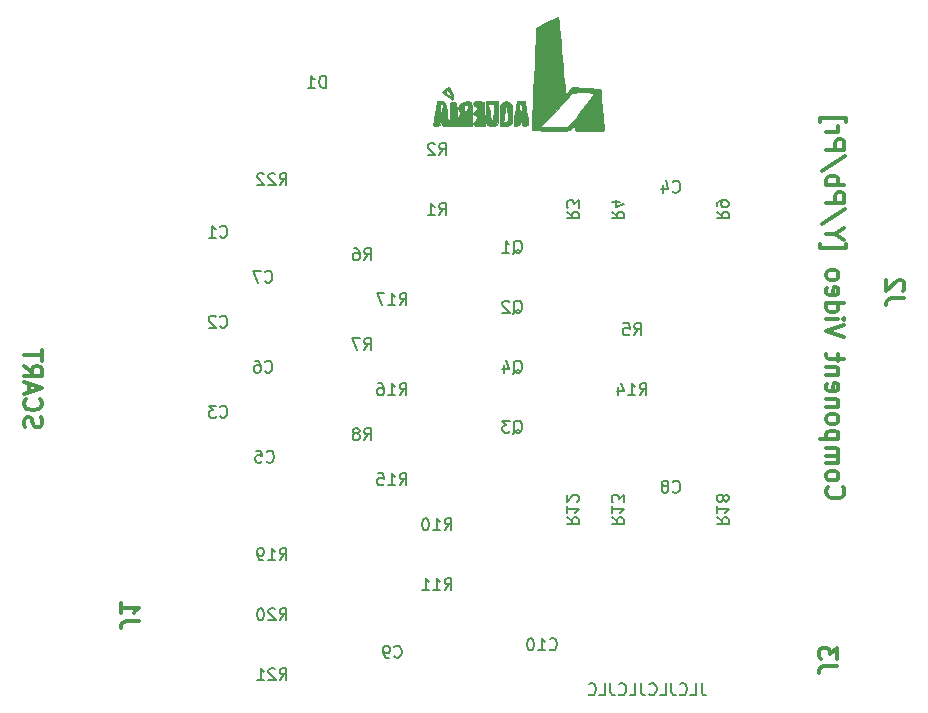
<source format=gbo>
G04 #@! TF.GenerationSoftware,KiCad,Pcbnew,(5.1.2-1)-1*
G04 #@! TF.CreationDate,2023-07-30T19:13:35+02:00*
G04 #@! TF.ProjectId,component,636f6d70-6f6e-4656-9e74-2e6b69636164,rev?*
G04 #@! TF.SameCoordinates,Original*
G04 #@! TF.FileFunction,Legend,Bot*
G04 #@! TF.FilePolarity,Positive*
%FSLAX46Y46*%
G04 Gerber Fmt 4.6, Leading zero omitted, Abs format (unit mm)*
G04 Created by KiCad (PCBNEW (5.1.2-1)-1) date 2023-07-30 19:13:35*
%MOMM*%
%LPD*%
G04 APERTURE LIST*
%ADD10C,0.150000*%
%ADD11C,0.010000*%
%ADD12C,0.304800*%
%ADD13O,3.302000X2.002000*%
%ADD14C,2.102000*%
%ADD15C,2.302000*%
%ADD16C,3.302000*%
%ADD17O,1.702000X1.702000*%
%ADD18C,1.702000*%
%ADD19R,1.152000X1.602000*%
%ADD20O,1.152000X1.602000*%
%ADD21O,3.302000X2.202000*%
%ADD22O,3.100980X2.100980*%
%ADD23O,2.100980X2.600980*%
%ADD24O,4.202000X3.202000*%
%ADD25C,2.100980*%
%ADD26C,1.902000*%
%ADD27R,1.902000X1.902000*%
%ADD28R,1.702000X1.702000*%
%ADD29C,1.302000*%
%ADD30R,1.302000X1.302000*%
G04 APERTURE END LIST*
D10*
X103679047Y-97242380D02*
X103679047Y-97956666D01*
X103726666Y-98099523D01*
X103821904Y-98194761D01*
X103964761Y-98242380D01*
X104060000Y-98242380D01*
X102726666Y-98242380D02*
X103202857Y-98242380D01*
X103202857Y-97242380D01*
X101821904Y-98147142D02*
X101869523Y-98194761D01*
X102012380Y-98242380D01*
X102107619Y-98242380D01*
X102250476Y-98194761D01*
X102345714Y-98099523D01*
X102393333Y-98004285D01*
X102440952Y-97813809D01*
X102440952Y-97670952D01*
X102393333Y-97480476D01*
X102345714Y-97385238D01*
X102250476Y-97290000D01*
X102107619Y-97242380D01*
X102012380Y-97242380D01*
X101869523Y-97290000D01*
X101821904Y-97337619D01*
X101107619Y-97242380D02*
X101107619Y-97956666D01*
X101155238Y-98099523D01*
X101250476Y-98194761D01*
X101393333Y-98242380D01*
X101488571Y-98242380D01*
X100155238Y-98242380D02*
X100631428Y-98242380D01*
X100631428Y-97242380D01*
X99250476Y-98147142D02*
X99298095Y-98194761D01*
X99440952Y-98242380D01*
X99536190Y-98242380D01*
X99679047Y-98194761D01*
X99774285Y-98099523D01*
X99821904Y-98004285D01*
X99869523Y-97813809D01*
X99869523Y-97670952D01*
X99821904Y-97480476D01*
X99774285Y-97385238D01*
X99679047Y-97290000D01*
X99536190Y-97242380D01*
X99440952Y-97242380D01*
X99298095Y-97290000D01*
X99250476Y-97337619D01*
X98536190Y-97242380D02*
X98536190Y-97956666D01*
X98583809Y-98099523D01*
X98679047Y-98194761D01*
X98821904Y-98242380D01*
X98917142Y-98242380D01*
X97583809Y-98242380D02*
X98060000Y-98242380D01*
X98060000Y-97242380D01*
X96679047Y-98147142D02*
X96726666Y-98194761D01*
X96869523Y-98242380D01*
X96964761Y-98242380D01*
X97107619Y-98194761D01*
X97202857Y-98099523D01*
X97250476Y-98004285D01*
X97298095Y-97813809D01*
X97298095Y-97670952D01*
X97250476Y-97480476D01*
X97202857Y-97385238D01*
X97107619Y-97290000D01*
X96964761Y-97242380D01*
X96869523Y-97242380D01*
X96726666Y-97290000D01*
X96679047Y-97337619D01*
X95964761Y-97242380D02*
X95964761Y-97956666D01*
X96012380Y-98099523D01*
X96107619Y-98194761D01*
X96250476Y-98242380D01*
X96345714Y-98242380D01*
X95012380Y-98242380D02*
X95488571Y-98242380D01*
X95488571Y-97242380D01*
X94107619Y-98147142D02*
X94155238Y-98194761D01*
X94298095Y-98242380D01*
X94393333Y-98242380D01*
X94536190Y-98194761D01*
X94631428Y-98099523D01*
X94679047Y-98004285D01*
X94726666Y-97813809D01*
X94726666Y-97670952D01*
X94679047Y-97480476D01*
X94631428Y-97385238D01*
X94536190Y-97290000D01*
X94393333Y-97242380D01*
X94298095Y-97242380D01*
X94155238Y-97290000D01*
X94107619Y-97337619D01*
D11*
G36*
X82107322Y-46840285D02*
G01*
X81918629Y-46965780D01*
X81687141Y-47153228D01*
X82112365Y-47494947D01*
X82403590Y-47720114D01*
X82569313Y-47818052D01*
X82642267Y-47802115D01*
X82655834Y-47716653D01*
X82642647Y-47626806D01*
X82532296Y-47626806D01*
X82222404Y-47406143D01*
X82034276Y-47237567D01*
X81967394Y-47104584D01*
X81972919Y-47087740D01*
X82116568Y-46989557D01*
X82278170Y-47075581D01*
X82412112Y-47308403D01*
X82532296Y-47626806D01*
X82642647Y-47626806D01*
X82619373Y-47468238D01*
X82529684Y-47181532D01*
X82416306Y-46930361D01*
X82308782Y-46788555D01*
X82280390Y-46778333D01*
X82107322Y-46840285D01*
X82107322Y-46840285D01*
G37*
X82107322Y-46840285D02*
X81918629Y-46965780D01*
X81687141Y-47153228D01*
X82112365Y-47494947D01*
X82403590Y-47720114D01*
X82569313Y-47818052D01*
X82642267Y-47802115D01*
X82655834Y-47716653D01*
X82642647Y-47626806D01*
X82532296Y-47626806D01*
X82222404Y-47406143D01*
X82034276Y-47237567D01*
X81967394Y-47104584D01*
X81972919Y-47087740D01*
X82116568Y-46989557D01*
X82278170Y-47075581D01*
X82412112Y-47308403D01*
X82532296Y-47626806D01*
X82642647Y-47626806D01*
X82619373Y-47468238D01*
X82529684Y-47181532D01*
X82416306Y-46930361D01*
X82308782Y-46788555D01*
X82280390Y-46778333D01*
X82107322Y-46840285D01*
G36*
X81182099Y-48651055D02*
G01*
X81109391Y-49079023D01*
X81041361Y-49475365D01*
X80998133Y-49723525D01*
X80969475Y-49959873D01*
X81029098Y-50047085D01*
X81220217Y-50042837D01*
X81236018Y-50041025D01*
X81494990Y-49943492D01*
X81609224Y-49741666D01*
X81682235Y-49477083D01*
X81692784Y-49768125D01*
X81737767Y-49983648D01*
X81890084Y-50055971D01*
X81967917Y-50059166D01*
X82169402Y-50015236D01*
X82226136Y-49849820D01*
X82225858Y-49821041D01*
X82206384Y-49601910D01*
X82161286Y-49247084D01*
X82099931Y-48829621D01*
X82093567Y-48789166D01*
X82029321Y-48405656D01*
X81761806Y-48405656D01*
X81727906Y-48736250D01*
X81665874Y-49265416D01*
X81549957Y-48736250D01*
X81490285Y-48412565D01*
X81495354Y-48241621D01*
X81567530Y-48173888D01*
X81576970Y-48171269D01*
X81699564Y-48155950D01*
X81757223Y-48219280D01*
X81761806Y-48405656D01*
X82029321Y-48405656D01*
X82026161Y-48386796D01*
X81965175Y-48148020D01*
X81885297Y-48027158D01*
X81761212Y-47978530D01*
X81635837Y-47963138D01*
X81303756Y-47930860D01*
X81182099Y-48651055D01*
X81182099Y-48651055D01*
G37*
X81182099Y-48651055D02*
X81109391Y-49079023D01*
X81041361Y-49475365D01*
X80998133Y-49723525D01*
X80969475Y-49959873D01*
X81029098Y-50047085D01*
X81220217Y-50042837D01*
X81236018Y-50041025D01*
X81494990Y-49943492D01*
X81609224Y-49741666D01*
X81682235Y-49477083D01*
X81692784Y-49768125D01*
X81737767Y-49983648D01*
X81890084Y-50055971D01*
X81967917Y-50059166D01*
X82169402Y-50015236D01*
X82226136Y-49849820D01*
X82225858Y-49821041D01*
X82206384Y-49601910D01*
X82161286Y-49247084D01*
X82099931Y-48829621D01*
X82093567Y-48789166D01*
X82029321Y-48405656D01*
X81761806Y-48405656D01*
X81727906Y-48736250D01*
X81665874Y-49265416D01*
X81549957Y-48736250D01*
X81490285Y-48412565D01*
X81495354Y-48241621D01*
X81567530Y-48173888D01*
X81576970Y-48171269D01*
X81699564Y-48155950D01*
X81757223Y-48219280D01*
X81761806Y-48405656D01*
X82029321Y-48405656D01*
X82026161Y-48386796D01*
X81965175Y-48148020D01*
X81885297Y-48027158D01*
X81761212Y-47978530D01*
X81635837Y-47963138D01*
X81303756Y-47930860D01*
X81182099Y-48651055D01*
G36*
X82534323Y-48002963D02*
G01*
X82455829Y-48051678D01*
X82409177Y-48180671D01*
X82383188Y-48429053D01*
X82366687Y-48835934D01*
X82360960Y-49027291D01*
X82330669Y-50059166D01*
X82980999Y-50059166D01*
X82950708Y-49027291D01*
X82934887Y-48554263D01*
X82913573Y-48253715D01*
X82875591Y-48086537D01*
X82809763Y-48013617D01*
X82704912Y-47995845D01*
X82655834Y-47995416D01*
X82534323Y-48002963D01*
X82534323Y-48002963D01*
G37*
X82534323Y-48002963D02*
X82455829Y-48051678D01*
X82409177Y-48180671D01*
X82383188Y-48429053D01*
X82366687Y-48835934D01*
X82360960Y-49027291D01*
X82330669Y-50059166D01*
X82980999Y-50059166D01*
X82950708Y-49027291D01*
X82934887Y-48554263D01*
X82913573Y-48253715D01*
X82875591Y-48086537D01*
X82809763Y-48013617D01*
X82704912Y-47995845D01*
X82655834Y-47995416D01*
X82534323Y-48002963D01*
G36*
X83558944Y-47995684D02*
G01*
X83287819Y-48149451D01*
X83114541Y-48376933D01*
X83074494Y-48632499D01*
X83194222Y-48861888D01*
X83252041Y-48989637D01*
X83194222Y-49048050D01*
X83123755Y-49189127D01*
X83083109Y-49459333D01*
X83079167Y-49581603D01*
X83079167Y-50044047D01*
X84250816Y-50044047D01*
X84220617Y-49019732D01*
X84203392Y-48435468D01*
X83883737Y-48435468D01*
X83860301Y-48551041D01*
X83772209Y-48869287D01*
X83702247Y-48980108D01*
X83638800Y-48885645D01*
X83573265Y-48603958D01*
X83546743Y-48367593D01*
X83608708Y-48273398D01*
X83718829Y-48260000D01*
X83863164Y-48293807D01*
X83883737Y-48435468D01*
X84203392Y-48435468D01*
X84190417Y-47995416D01*
X83892535Y-47961268D01*
X83558944Y-47995684D01*
X83558944Y-47995684D01*
G37*
X83558944Y-47995684D02*
X83287819Y-48149451D01*
X83114541Y-48376933D01*
X83074494Y-48632499D01*
X83194222Y-48861888D01*
X83252041Y-48989637D01*
X83194222Y-49048050D01*
X83123755Y-49189127D01*
X83083109Y-49459333D01*
X83079167Y-49581603D01*
X83079167Y-50044047D01*
X84250816Y-50044047D01*
X84220617Y-49019732D01*
X84203392Y-48435468D01*
X83883737Y-48435468D01*
X83860301Y-48551041D01*
X83772209Y-48869287D01*
X83702247Y-48980108D01*
X83638800Y-48885645D01*
X83573265Y-48603958D01*
X83546743Y-48367593D01*
X83608708Y-48273398D01*
X83718829Y-48260000D01*
X83863164Y-48293807D01*
X83883737Y-48435468D01*
X84203392Y-48435468D01*
X84190417Y-47995416D01*
X83892535Y-47961268D01*
X83558944Y-47995684D01*
G36*
X84383516Y-48002478D02*
G01*
X84349405Y-48127834D01*
X84349167Y-48148081D01*
X84413924Y-48325228D01*
X84507917Y-48365833D01*
X84637202Y-48454066D01*
X84666667Y-48577500D01*
X84600493Y-48749880D01*
X84507917Y-48789166D01*
X84367607Y-48873882D01*
X84349167Y-48947916D01*
X84433883Y-49088227D01*
X84507917Y-49106666D01*
X84635596Y-49198667D01*
X84666667Y-49371250D01*
X84611466Y-49584048D01*
X84507917Y-49635833D01*
X84378632Y-49724066D01*
X84349167Y-49847500D01*
X84380059Y-49979362D01*
X84508557Y-50041983D01*
X84788392Y-50059052D01*
X84829250Y-50059166D01*
X85309332Y-50059166D01*
X85248750Y-47995416D01*
X84798959Y-47962873D01*
X84514664Y-47955192D01*
X84383516Y-48002478D01*
X84383516Y-48002478D01*
G37*
X84383516Y-48002478D02*
X84349405Y-48127834D01*
X84349167Y-48148081D01*
X84413924Y-48325228D01*
X84507917Y-48365833D01*
X84637202Y-48454066D01*
X84666667Y-48577500D01*
X84600493Y-48749880D01*
X84507917Y-48789166D01*
X84367607Y-48873882D01*
X84349167Y-48947916D01*
X84433883Y-49088227D01*
X84507917Y-49106666D01*
X84635596Y-49198667D01*
X84666667Y-49371250D01*
X84611466Y-49584048D01*
X84507917Y-49635833D01*
X84378632Y-49724066D01*
X84349167Y-49847500D01*
X84380059Y-49979362D01*
X84508557Y-50041983D01*
X84788392Y-50059052D01*
X84829250Y-50059166D01*
X85309332Y-50059166D01*
X85248750Y-47995416D01*
X84798959Y-47962873D01*
X84514664Y-47955192D01*
X84383516Y-48002478D01*
G36*
X85407500Y-48873833D02*
G01*
X85422746Y-49389679D01*
X85466203Y-49751938D01*
X85534453Y-49932119D01*
X85534500Y-49932166D01*
X85763715Y-50038316D01*
X86061978Y-50046408D01*
X86310756Y-49956442D01*
X86338834Y-49932166D01*
X86407098Y-49752103D01*
X86450570Y-49389944D01*
X86465834Y-48874182D01*
X86465834Y-48423513D01*
X86137883Y-48423513D01*
X86109802Y-48645187D01*
X86068324Y-49001240D01*
X86044634Y-49308140D01*
X86042500Y-49386021D01*
X86011950Y-49594929D01*
X85939844Y-49621757D01*
X85855501Y-49483875D01*
X85794258Y-49238958D01*
X85730238Y-48864197D01*
X85663541Y-48507491D01*
X85661669Y-48498125D01*
X85630273Y-48264063D01*
X85694364Y-48170727D01*
X85884907Y-48154166D01*
X86060315Y-48165500D01*
X86136125Y-48236688D01*
X86137883Y-48423513D01*
X86465834Y-48423513D01*
X86465834Y-47942500D01*
X85407500Y-47942500D01*
X85407500Y-48873833D01*
X85407500Y-48873833D01*
G37*
X85407500Y-48873833D02*
X85422746Y-49389679D01*
X85466203Y-49751938D01*
X85534453Y-49932119D01*
X85534500Y-49932166D01*
X85763715Y-50038316D01*
X86061978Y-50046408D01*
X86310756Y-49956442D01*
X86338834Y-49932166D01*
X86407098Y-49752103D01*
X86450570Y-49389944D01*
X86465834Y-48874182D01*
X86465834Y-48423513D01*
X86137883Y-48423513D01*
X86109802Y-48645187D01*
X86068324Y-49001240D01*
X86044634Y-49308140D01*
X86042500Y-49386021D01*
X86011950Y-49594929D01*
X85939844Y-49621757D01*
X85855501Y-49483875D01*
X85794258Y-49238958D01*
X85730238Y-48864197D01*
X85663541Y-48507491D01*
X85661669Y-48498125D01*
X85630273Y-48264063D01*
X85694364Y-48170727D01*
X85884907Y-48154166D01*
X86060315Y-48165500D01*
X86136125Y-48236688D01*
X86137883Y-48423513D01*
X86465834Y-48423513D01*
X86465834Y-47942500D01*
X85407500Y-47942500D01*
X85407500Y-48873833D01*
G36*
X86901338Y-48050981D02*
G01*
X86833584Y-48093264D01*
X86699418Y-48192816D01*
X86619645Y-48308887D01*
X86582474Y-48492516D01*
X86576113Y-48794740D01*
X86585608Y-49166610D01*
X86613553Y-50059166D01*
X86936568Y-50055948D01*
X87233761Y-50018704D01*
X87444792Y-49944856D01*
X87540727Y-49851351D01*
X87597553Y-49678065D01*
X87617067Y-49459403D01*
X87305146Y-49459403D01*
X87255749Y-49661016D01*
X87141392Y-49738549D01*
X87100834Y-49741666D01*
X86928986Y-49690000D01*
X86889167Y-49618044D01*
X86907162Y-49456072D01*
X86954205Y-49153412D01*
X87016135Y-48797835D01*
X87143103Y-48101250D01*
X87219957Y-48577500D01*
X87292308Y-49107100D01*
X87305146Y-49459403D01*
X87617067Y-49459403D01*
X87624261Y-49378799D01*
X87630000Y-48993305D01*
X87625533Y-48569806D01*
X87603163Y-48308195D01*
X87549441Y-48158738D01*
X87450915Y-48071703D01*
X87369753Y-48031051D01*
X87132215Y-47969932D01*
X86901338Y-48050981D01*
X86901338Y-48050981D01*
G37*
X86901338Y-48050981D02*
X86833584Y-48093264D01*
X86699418Y-48192816D01*
X86619645Y-48308887D01*
X86582474Y-48492516D01*
X86576113Y-48794740D01*
X86585608Y-49166610D01*
X86613553Y-50059166D01*
X86936568Y-50055948D01*
X87233761Y-50018704D01*
X87444792Y-49944856D01*
X87540727Y-49851351D01*
X87597553Y-49678065D01*
X87617067Y-49459403D01*
X87305146Y-49459403D01*
X87255749Y-49661016D01*
X87141392Y-49738549D01*
X87100834Y-49741666D01*
X86928986Y-49690000D01*
X86889167Y-49618044D01*
X86907162Y-49456072D01*
X86954205Y-49153412D01*
X87016135Y-48797835D01*
X87143103Y-48101250D01*
X87219957Y-48577500D01*
X87292308Y-49107100D01*
X87305146Y-49459403D01*
X87617067Y-49459403D01*
X87624261Y-49378799D01*
X87630000Y-48993305D01*
X87625533Y-48569806D01*
X87603163Y-48308195D01*
X87549441Y-48158738D01*
X87450915Y-48071703D01*
X87369753Y-48031051D01*
X87132215Y-47969932D01*
X86901338Y-48050981D01*
G36*
X88147635Y-47950182D02*
G01*
X88053207Y-47968686D01*
X88053189Y-47968958D01*
X88036055Y-48077769D01*
X87990429Y-48345633D01*
X87924766Y-48723186D01*
X87894584Y-48895000D01*
X87807227Y-49400108D01*
X87759891Y-49732773D01*
X87755849Y-49929008D01*
X87798376Y-50024820D01*
X87890745Y-50056222D01*
X88000417Y-50059166D01*
X88213215Y-50003965D01*
X88265000Y-49900416D01*
X88322147Y-49759576D01*
X88370834Y-49741666D01*
X88464727Y-49827387D01*
X88476667Y-49900416D01*
X88568668Y-50028095D01*
X88741250Y-50059166D01*
X88939926Y-50013977D01*
X89005689Y-49926875D01*
X88988126Y-49767297D01*
X88941439Y-49456656D01*
X88874415Y-49052131D01*
X88847084Y-48895000D01*
X88775741Y-48487224D01*
X88771450Y-48462284D01*
X88475866Y-48462284D01*
X88444157Y-48732761D01*
X88412428Y-48833427D01*
X88345206Y-48973546D01*
X88300073Y-48950844D01*
X88264330Y-48745692D01*
X88246862Y-48577500D01*
X88244382Y-48277346D01*
X88315511Y-48158043D01*
X88341579Y-48154166D01*
X88439016Y-48243937D01*
X88475866Y-48462284D01*
X88771450Y-48462284D01*
X88721031Y-48169262D01*
X88691409Y-47990478D01*
X88688479Y-47968958D01*
X88596184Y-47950361D01*
X88374092Y-47942501D01*
X88370834Y-47942500D01*
X88147635Y-47950182D01*
X88147635Y-47950182D01*
G37*
X88147635Y-47950182D02*
X88053207Y-47968686D01*
X88053189Y-47968958D01*
X88036055Y-48077769D01*
X87990429Y-48345633D01*
X87924766Y-48723186D01*
X87894584Y-48895000D01*
X87807227Y-49400108D01*
X87759891Y-49732773D01*
X87755849Y-49929008D01*
X87798376Y-50024820D01*
X87890745Y-50056222D01*
X88000417Y-50059166D01*
X88213215Y-50003965D01*
X88265000Y-49900416D01*
X88322147Y-49759576D01*
X88370834Y-49741666D01*
X88464727Y-49827387D01*
X88476667Y-49900416D01*
X88568668Y-50028095D01*
X88741250Y-50059166D01*
X88939926Y-50013977D01*
X89005689Y-49926875D01*
X88988126Y-49767297D01*
X88941439Y-49456656D01*
X88874415Y-49052131D01*
X88847084Y-48895000D01*
X88775741Y-48487224D01*
X88771450Y-48462284D01*
X88475866Y-48462284D01*
X88444157Y-48732761D01*
X88412428Y-48833427D01*
X88345206Y-48973546D01*
X88300073Y-48950844D01*
X88264330Y-48745692D01*
X88246862Y-48577500D01*
X88244382Y-48277346D01*
X88315511Y-48158043D01*
X88341579Y-48154166D01*
X88439016Y-48243937D01*
X88475866Y-48462284D01*
X88771450Y-48462284D01*
X88721031Y-48169262D01*
X88691409Y-47990478D01*
X88688479Y-47968958D01*
X88596184Y-47950361D01*
X88374092Y-47942501D01*
X88370834Y-47942500D01*
X88147635Y-47950182D01*
G36*
X90586967Y-41269319D02*
G01*
X89642247Y-41751250D01*
X89640644Y-42280416D01*
X89635273Y-42518301D01*
X89620846Y-42936440D01*
X89598645Y-43503672D01*
X89569949Y-44188837D01*
X89536041Y-44960776D01*
X89498201Y-45788327D01*
X89484025Y-46090416D01*
X89444356Y-46930275D01*
X89406814Y-47725609D01*
X89372869Y-48445252D01*
X89343989Y-49058043D01*
X89321644Y-49532816D01*
X89307304Y-49838407D01*
X89304411Y-49900416D01*
X89279812Y-50429583D01*
X90852681Y-50458965D01*
X91463563Y-50468700D01*
X91899850Y-50468602D01*
X92198540Y-50454532D01*
X92396628Y-50422354D01*
X92531111Y-50367928D01*
X92638983Y-50287119D01*
X92673609Y-50255308D01*
X92921667Y-50022270D01*
X92921667Y-50252385D01*
X92930762Y-50349316D01*
X92981512Y-50414325D01*
X93109119Y-50453778D01*
X93348784Y-50474044D01*
X93735707Y-50481492D01*
X94193684Y-50482500D01*
X94728921Y-50481267D01*
X95086322Y-50473173D01*
X95299716Y-50451622D01*
X95402931Y-50410017D01*
X95429799Y-50341763D01*
X95415023Y-50244375D01*
X95388687Y-50056101D01*
X95351016Y-49701865D01*
X95306396Y-49226785D01*
X95259211Y-48675981D01*
X95242744Y-48471666D01*
X95198790Y-47928120D01*
X95159809Y-47466843D01*
X95141894Y-47267601D01*
X94509167Y-47267601D01*
X94448730Y-47390447D01*
X94284404Y-47645084D01*
X94041670Y-47995773D01*
X93746008Y-48406773D01*
X93422896Y-48842344D01*
X93097816Y-49266747D01*
X92952845Y-49450625D01*
X92383377Y-50165000D01*
X90027271Y-50165000D01*
X90254552Y-49926875D01*
X90418118Y-49755632D01*
X90688432Y-49472766D01*
X91025961Y-49119640D01*
X91341890Y-48789166D01*
X91712581Y-48395844D01*
X92054984Y-48022547D01*
X92326900Y-47715852D01*
X92468534Y-47545625D01*
X92607046Y-47377871D01*
X92739736Y-47276060D01*
X92921819Y-47223732D01*
X93208508Y-47204422D01*
X93622145Y-47201666D01*
X94025551Y-47208926D01*
X94332994Y-47228280D01*
X94495542Y-47256091D01*
X94509167Y-47267601D01*
X95141894Y-47267601D01*
X95129110Y-47125427D01*
X95110001Y-46941462D01*
X95106196Y-46920153D01*
X95001366Y-46907132D01*
X94728200Y-46884646D01*
X94329644Y-46855989D01*
X93906452Y-46828102D01*
X92721654Y-46752982D01*
X92459002Y-47056699D01*
X92277784Y-47240018D01*
X92178349Y-47260900D01*
X92144086Y-47201666D01*
X92121154Y-47055941D01*
X92084190Y-46729735D01*
X92036176Y-46253548D01*
X91980099Y-45657883D01*
X91918943Y-44973238D01*
X91869637Y-44397083D01*
X91805500Y-43641544D01*
X91743831Y-42930277D01*
X91687805Y-42298742D01*
X91640599Y-41782402D01*
X91605387Y-41416716D01*
X91589570Y-41269319D01*
X91531687Y-40787389D01*
X90586967Y-41269319D01*
X90586967Y-41269319D01*
G37*
X90586967Y-41269319D02*
X89642247Y-41751250D01*
X89640644Y-42280416D01*
X89635273Y-42518301D01*
X89620846Y-42936440D01*
X89598645Y-43503672D01*
X89569949Y-44188837D01*
X89536041Y-44960776D01*
X89498201Y-45788327D01*
X89484025Y-46090416D01*
X89444356Y-46930275D01*
X89406814Y-47725609D01*
X89372869Y-48445252D01*
X89343989Y-49058043D01*
X89321644Y-49532816D01*
X89307304Y-49838407D01*
X89304411Y-49900416D01*
X89279812Y-50429583D01*
X90852681Y-50458965D01*
X91463563Y-50468700D01*
X91899850Y-50468602D01*
X92198540Y-50454532D01*
X92396628Y-50422354D01*
X92531111Y-50367928D01*
X92638983Y-50287119D01*
X92673609Y-50255308D01*
X92921667Y-50022270D01*
X92921667Y-50252385D01*
X92930762Y-50349316D01*
X92981512Y-50414325D01*
X93109119Y-50453778D01*
X93348784Y-50474044D01*
X93735707Y-50481492D01*
X94193684Y-50482500D01*
X94728921Y-50481267D01*
X95086322Y-50473173D01*
X95299716Y-50451622D01*
X95402931Y-50410017D01*
X95429799Y-50341763D01*
X95415023Y-50244375D01*
X95388687Y-50056101D01*
X95351016Y-49701865D01*
X95306396Y-49226785D01*
X95259211Y-48675981D01*
X95242744Y-48471666D01*
X95198790Y-47928120D01*
X95159809Y-47466843D01*
X95141894Y-47267601D01*
X94509167Y-47267601D01*
X94448730Y-47390447D01*
X94284404Y-47645084D01*
X94041670Y-47995773D01*
X93746008Y-48406773D01*
X93422896Y-48842344D01*
X93097816Y-49266747D01*
X92952845Y-49450625D01*
X92383377Y-50165000D01*
X90027271Y-50165000D01*
X90254552Y-49926875D01*
X90418118Y-49755632D01*
X90688432Y-49472766D01*
X91025961Y-49119640D01*
X91341890Y-48789166D01*
X91712581Y-48395844D01*
X92054984Y-48022547D01*
X92326900Y-47715852D01*
X92468534Y-47545625D01*
X92607046Y-47377871D01*
X92739736Y-47276060D01*
X92921819Y-47223732D01*
X93208508Y-47204422D01*
X93622145Y-47201666D01*
X94025551Y-47208926D01*
X94332994Y-47228280D01*
X94495542Y-47256091D01*
X94509167Y-47267601D01*
X95141894Y-47267601D01*
X95129110Y-47125427D01*
X95110001Y-46941462D01*
X95106196Y-46920153D01*
X95001366Y-46907132D01*
X94728200Y-46884646D01*
X94329644Y-46855989D01*
X93906452Y-46828102D01*
X92721654Y-46752982D01*
X92459002Y-47056699D01*
X92277784Y-47240018D01*
X92178349Y-47260900D01*
X92144086Y-47201666D01*
X92121154Y-47055941D01*
X92084190Y-46729735D01*
X92036176Y-46253548D01*
X91980099Y-45657883D01*
X91918943Y-44973238D01*
X91869637Y-44397083D01*
X91805500Y-43641544D01*
X91743831Y-42930277D01*
X91687805Y-42298742D01*
X91640599Y-41782402D01*
X91605387Y-41416716D01*
X91589570Y-41269319D01*
X91531687Y-40787389D01*
X90586967Y-41269319D01*
D12*
X115134571Y-95758000D02*
X114046000Y-95758000D01*
X113828285Y-95830571D01*
X113683142Y-95975714D01*
X113610571Y-96193428D01*
X113610571Y-96338571D01*
X115134571Y-95177428D02*
X115134571Y-94234000D01*
X114554000Y-94742000D01*
X114554000Y-94524285D01*
X114481428Y-94379142D01*
X114408857Y-94306571D01*
X114263714Y-94234000D01*
X113900857Y-94234000D01*
X113755714Y-94306571D01*
X113683142Y-94379142D01*
X113610571Y-94524285D01*
X113610571Y-94959714D01*
X113683142Y-95104857D01*
X113755714Y-95177428D01*
D10*
X67952857Y-55062380D02*
X68286190Y-54586190D01*
X68524285Y-55062380D02*
X68524285Y-54062380D01*
X68143333Y-54062380D01*
X68048095Y-54110000D01*
X68000476Y-54157619D01*
X67952857Y-54252857D01*
X67952857Y-54395714D01*
X68000476Y-54490952D01*
X68048095Y-54538571D01*
X68143333Y-54586190D01*
X68524285Y-54586190D01*
X67571904Y-54157619D02*
X67524285Y-54110000D01*
X67429047Y-54062380D01*
X67190952Y-54062380D01*
X67095714Y-54110000D01*
X67048095Y-54157619D01*
X67000476Y-54252857D01*
X67000476Y-54348095D01*
X67048095Y-54490952D01*
X67619523Y-55062380D01*
X67000476Y-55062380D01*
X66619523Y-54157619D02*
X66571904Y-54110000D01*
X66476666Y-54062380D01*
X66238571Y-54062380D01*
X66143333Y-54110000D01*
X66095714Y-54157619D01*
X66048095Y-54252857D01*
X66048095Y-54348095D01*
X66095714Y-54490952D01*
X66667142Y-55062380D01*
X66048095Y-55062380D01*
X67952857Y-96972380D02*
X68286190Y-96496190D01*
X68524285Y-96972380D02*
X68524285Y-95972380D01*
X68143333Y-95972380D01*
X68048095Y-96020000D01*
X68000476Y-96067619D01*
X67952857Y-96162857D01*
X67952857Y-96305714D01*
X68000476Y-96400952D01*
X68048095Y-96448571D01*
X68143333Y-96496190D01*
X68524285Y-96496190D01*
X67571904Y-96067619D02*
X67524285Y-96020000D01*
X67429047Y-95972380D01*
X67190952Y-95972380D01*
X67095714Y-96020000D01*
X67048095Y-96067619D01*
X67000476Y-96162857D01*
X67000476Y-96258095D01*
X67048095Y-96400952D01*
X67619523Y-96972380D01*
X67000476Y-96972380D01*
X66048095Y-96972380D02*
X66619523Y-96972380D01*
X66333809Y-96972380D02*
X66333809Y-95972380D01*
X66429047Y-96115238D01*
X66524285Y-96210476D01*
X66619523Y-96258095D01*
X67952857Y-91892380D02*
X68286190Y-91416190D01*
X68524285Y-91892380D02*
X68524285Y-90892380D01*
X68143333Y-90892380D01*
X68048095Y-90940000D01*
X68000476Y-90987619D01*
X67952857Y-91082857D01*
X67952857Y-91225714D01*
X68000476Y-91320952D01*
X68048095Y-91368571D01*
X68143333Y-91416190D01*
X68524285Y-91416190D01*
X67571904Y-90987619D02*
X67524285Y-90940000D01*
X67429047Y-90892380D01*
X67190952Y-90892380D01*
X67095714Y-90940000D01*
X67048095Y-90987619D01*
X67000476Y-91082857D01*
X67000476Y-91178095D01*
X67048095Y-91320952D01*
X67619523Y-91892380D01*
X67000476Y-91892380D01*
X66381428Y-90892380D02*
X66286190Y-90892380D01*
X66190952Y-90940000D01*
X66143333Y-90987619D01*
X66095714Y-91082857D01*
X66048095Y-91273333D01*
X66048095Y-91511428D01*
X66095714Y-91701904D01*
X66143333Y-91797142D01*
X66190952Y-91844761D01*
X66286190Y-91892380D01*
X66381428Y-91892380D01*
X66476666Y-91844761D01*
X66524285Y-91797142D01*
X66571904Y-91701904D01*
X66619523Y-91511428D01*
X66619523Y-91273333D01*
X66571904Y-91082857D01*
X66524285Y-90987619D01*
X66476666Y-90940000D01*
X66381428Y-90892380D01*
X67952857Y-86812380D02*
X68286190Y-86336190D01*
X68524285Y-86812380D02*
X68524285Y-85812380D01*
X68143333Y-85812380D01*
X68048095Y-85860000D01*
X68000476Y-85907619D01*
X67952857Y-86002857D01*
X67952857Y-86145714D01*
X68000476Y-86240952D01*
X68048095Y-86288571D01*
X68143333Y-86336190D01*
X68524285Y-86336190D01*
X67000476Y-86812380D02*
X67571904Y-86812380D01*
X67286190Y-86812380D02*
X67286190Y-85812380D01*
X67381428Y-85955238D01*
X67476666Y-86050476D01*
X67571904Y-86098095D01*
X66524285Y-86812380D02*
X66333809Y-86812380D01*
X66238571Y-86764761D01*
X66190952Y-86717142D01*
X66095714Y-86574285D01*
X66048095Y-86383809D01*
X66048095Y-86002857D01*
X66095714Y-85907619D01*
X66143333Y-85860000D01*
X66238571Y-85812380D01*
X66429047Y-85812380D01*
X66524285Y-85860000D01*
X66571904Y-85907619D01*
X66619523Y-86002857D01*
X66619523Y-86240952D01*
X66571904Y-86336190D01*
X66524285Y-86383809D01*
X66429047Y-86431428D01*
X66238571Y-86431428D01*
X66143333Y-86383809D01*
X66095714Y-86336190D01*
X66048095Y-86240952D01*
X104957619Y-83192857D02*
X105433809Y-83526190D01*
X104957619Y-83764285D02*
X105957619Y-83764285D01*
X105957619Y-83383333D01*
X105910000Y-83288095D01*
X105862380Y-83240476D01*
X105767142Y-83192857D01*
X105624285Y-83192857D01*
X105529047Y-83240476D01*
X105481428Y-83288095D01*
X105433809Y-83383333D01*
X105433809Y-83764285D01*
X104957619Y-82240476D02*
X104957619Y-82811904D01*
X104957619Y-82526190D02*
X105957619Y-82526190D01*
X105814761Y-82621428D01*
X105719523Y-82716666D01*
X105671904Y-82811904D01*
X105529047Y-81669047D02*
X105576666Y-81764285D01*
X105624285Y-81811904D01*
X105719523Y-81859523D01*
X105767142Y-81859523D01*
X105862380Y-81811904D01*
X105910000Y-81764285D01*
X105957619Y-81669047D01*
X105957619Y-81478571D01*
X105910000Y-81383333D01*
X105862380Y-81335714D01*
X105767142Y-81288095D01*
X105719523Y-81288095D01*
X105624285Y-81335714D01*
X105576666Y-81383333D01*
X105529047Y-81478571D01*
X105529047Y-81669047D01*
X105481428Y-81764285D01*
X105433809Y-81811904D01*
X105338571Y-81859523D01*
X105148095Y-81859523D01*
X105052857Y-81811904D01*
X105005238Y-81764285D01*
X104957619Y-81669047D01*
X104957619Y-81478571D01*
X105005238Y-81383333D01*
X105052857Y-81335714D01*
X105148095Y-81288095D01*
X105338571Y-81288095D01*
X105433809Y-81335714D01*
X105481428Y-81383333D01*
X105529047Y-81478571D01*
X78112857Y-65222380D02*
X78446190Y-64746190D01*
X78684285Y-65222380D02*
X78684285Y-64222380D01*
X78303333Y-64222380D01*
X78208095Y-64270000D01*
X78160476Y-64317619D01*
X78112857Y-64412857D01*
X78112857Y-64555714D01*
X78160476Y-64650952D01*
X78208095Y-64698571D01*
X78303333Y-64746190D01*
X78684285Y-64746190D01*
X77160476Y-65222380D02*
X77731904Y-65222380D01*
X77446190Y-65222380D02*
X77446190Y-64222380D01*
X77541428Y-64365238D01*
X77636666Y-64460476D01*
X77731904Y-64508095D01*
X76827142Y-64222380D02*
X76160476Y-64222380D01*
X76589047Y-65222380D01*
X78112857Y-72842380D02*
X78446190Y-72366190D01*
X78684285Y-72842380D02*
X78684285Y-71842380D01*
X78303333Y-71842380D01*
X78208095Y-71890000D01*
X78160476Y-71937619D01*
X78112857Y-72032857D01*
X78112857Y-72175714D01*
X78160476Y-72270952D01*
X78208095Y-72318571D01*
X78303333Y-72366190D01*
X78684285Y-72366190D01*
X77160476Y-72842380D02*
X77731904Y-72842380D01*
X77446190Y-72842380D02*
X77446190Y-71842380D01*
X77541428Y-71985238D01*
X77636666Y-72080476D01*
X77731904Y-72128095D01*
X76303333Y-71842380D02*
X76493809Y-71842380D01*
X76589047Y-71890000D01*
X76636666Y-71937619D01*
X76731904Y-72080476D01*
X76779523Y-72270952D01*
X76779523Y-72651904D01*
X76731904Y-72747142D01*
X76684285Y-72794761D01*
X76589047Y-72842380D01*
X76398571Y-72842380D01*
X76303333Y-72794761D01*
X76255714Y-72747142D01*
X76208095Y-72651904D01*
X76208095Y-72413809D01*
X76255714Y-72318571D01*
X76303333Y-72270952D01*
X76398571Y-72223333D01*
X76589047Y-72223333D01*
X76684285Y-72270952D01*
X76731904Y-72318571D01*
X76779523Y-72413809D01*
X78112857Y-80462380D02*
X78446190Y-79986190D01*
X78684285Y-80462380D02*
X78684285Y-79462380D01*
X78303333Y-79462380D01*
X78208095Y-79510000D01*
X78160476Y-79557619D01*
X78112857Y-79652857D01*
X78112857Y-79795714D01*
X78160476Y-79890952D01*
X78208095Y-79938571D01*
X78303333Y-79986190D01*
X78684285Y-79986190D01*
X77160476Y-80462380D02*
X77731904Y-80462380D01*
X77446190Y-80462380D02*
X77446190Y-79462380D01*
X77541428Y-79605238D01*
X77636666Y-79700476D01*
X77731904Y-79748095D01*
X76255714Y-79462380D02*
X76731904Y-79462380D01*
X76779523Y-79938571D01*
X76731904Y-79890952D01*
X76636666Y-79843333D01*
X76398571Y-79843333D01*
X76303333Y-79890952D01*
X76255714Y-79938571D01*
X76208095Y-80033809D01*
X76208095Y-80271904D01*
X76255714Y-80367142D01*
X76303333Y-80414761D01*
X76398571Y-80462380D01*
X76636666Y-80462380D01*
X76731904Y-80414761D01*
X76779523Y-80367142D01*
X98432857Y-72842380D02*
X98766190Y-72366190D01*
X99004285Y-72842380D02*
X99004285Y-71842380D01*
X98623333Y-71842380D01*
X98528095Y-71890000D01*
X98480476Y-71937619D01*
X98432857Y-72032857D01*
X98432857Y-72175714D01*
X98480476Y-72270952D01*
X98528095Y-72318571D01*
X98623333Y-72366190D01*
X99004285Y-72366190D01*
X97480476Y-72842380D02*
X98051904Y-72842380D01*
X97766190Y-72842380D02*
X97766190Y-71842380D01*
X97861428Y-71985238D01*
X97956666Y-72080476D01*
X98051904Y-72128095D01*
X96623333Y-72175714D02*
X96623333Y-72842380D01*
X96861428Y-71794761D02*
X97099523Y-72509047D01*
X96480476Y-72509047D01*
X96067619Y-83192857D02*
X96543809Y-83526190D01*
X96067619Y-83764285D02*
X97067619Y-83764285D01*
X97067619Y-83383333D01*
X97020000Y-83288095D01*
X96972380Y-83240476D01*
X96877142Y-83192857D01*
X96734285Y-83192857D01*
X96639047Y-83240476D01*
X96591428Y-83288095D01*
X96543809Y-83383333D01*
X96543809Y-83764285D01*
X96067619Y-82240476D02*
X96067619Y-82811904D01*
X96067619Y-82526190D02*
X97067619Y-82526190D01*
X96924761Y-82621428D01*
X96829523Y-82716666D01*
X96781904Y-82811904D01*
X97067619Y-81907142D02*
X97067619Y-81288095D01*
X96686666Y-81621428D01*
X96686666Y-81478571D01*
X96639047Y-81383333D01*
X96591428Y-81335714D01*
X96496190Y-81288095D01*
X96258095Y-81288095D01*
X96162857Y-81335714D01*
X96115238Y-81383333D01*
X96067619Y-81478571D01*
X96067619Y-81764285D01*
X96115238Y-81859523D01*
X96162857Y-81907142D01*
X92257619Y-83192857D02*
X92733809Y-83526190D01*
X92257619Y-83764285D02*
X93257619Y-83764285D01*
X93257619Y-83383333D01*
X93210000Y-83288095D01*
X93162380Y-83240476D01*
X93067142Y-83192857D01*
X92924285Y-83192857D01*
X92829047Y-83240476D01*
X92781428Y-83288095D01*
X92733809Y-83383333D01*
X92733809Y-83764285D01*
X92257619Y-82240476D02*
X92257619Y-82811904D01*
X92257619Y-82526190D02*
X93257619Y-82526190D01*
X93114761Y-82621428D01*
X93019523Y-82716666D01*
X92971904Y-82811904D01*
X93162380Y-81859523D02*
X93210000Y-81811904D01*
X93257619Y-81716666D01*
X93257619Y-81478571D01*
X93210000Y-81383333D01*
X93162380Y-81335714D01*
X93067142Y-81288095D01*
X92971904Y-81288095D01*
X92829047Y-81335714D01*
X92257619Y-81907142D01*
X92257619Y-81288095D01*
X81922857Y-89352380D02*
X82256190Y-88876190D01*
X82494285Y-89352380D02*
X82494285Y-88352380D01*
X82113333Y-88352380D01*
X82018095Y-88400000D01*
X81970476Y-88447619D01*
X81922857Y-88542857D01*
X81922857Y-88685714D01*
X81970476Y-88780952D01*
X82018095Y-88828571D01*
X82113333Y-88876190D01*
X82494285Y-88876190D01*
X80970476Y-89352380D02*
X81541904Y-89352380D01*
X81256190Y-89352380D02*
X81256190Y-88352380D01*
X81351428Y-88495238D01*
X81446666Y-88590476D01*
X81541904Y-88638095D01*
X80018095Y-89352380D02*
X80589523Y-89352380D01*
X80303809Y-89352380D02*
X80303809Y-88352380D01*
X80399047Y-88495238D01*
X80494285Y-88590476D01*
X80589523Y-88638095D01*
X81922857Y-84272380D02*
X82256190Y-83796190D01*
X82494285Y-84272380D02*
X82494285Y-83272380D01*
X82113333Y-83272380D01*
X82018095Y-83320000D01*
X81970476Y-83367619D01*
X81922857Y-83462857D01*
X81922857Y-83605714D01*
X81970476Y-83700952D01*
X82018095Y-83748571D01*
X82113333Y-83796190D01*
X82494285Y-83796190D01*
X80970476Y-84272380D02*
X81541904Y-84272380D01*
X81256190Y-84272380D02*
X81256190Y-83272380D01*
X81351428Y-83415238D01*
X81446666Y-83510476D01*
X81541904Y-83558095D01*
X80351428Y-83272380D02*
X80256190Y-83272380D01*
X80160952Y-83320000D01*
X80113333Y-83367619D01*
X80065714Y-83462857D01*
X80018095Y-83653333D01*
X80018095Y-83891428D01*
X80065714Y-84081904D01*
X80113333Y-84177142D01*
X80160952Y-84224761D01*
X80256190Y-84272380D01*
X80351428Y-84272380D01*
X80446666Y-84224761D01*
X80494285Y-84177142D01*
X80541904Y-84081904D01*
X80589523Y-83891428D01*
X80589523Y-83653333D01*
X80541904Y-83462857D01*
X80494285Y-83367619D01*
X80446666Y-83320000D01*
X80351428Y-83272380D01*
X104957619Y-57316666D02*
X105433809Y-57650000D01*
X104957619Y-57888095D02*
X105957619Y-57888095D01*
X105957619Y-57507142D01*
X105910000Y-57411904D01*
X105862380Y-57364285D01*
X105767142Y-57316666D01*
X105624285Y-57316666D01*
X105529047Y-57364285D01*
X105481428Y-57411904D01*
X105433809Y-57507142D01*
X105433809Y-57888095D01*
X104957619Y-56840476D02*
X104957619Y-56650000D01*
X105005238Y-56554761D01*
X105052857Y-56507142D01*
X105195714Y-56411904D01*
X105386190Y-56364285D01*
X105767142Y-56364285D01*
X105862380Y-56411904D01*
X105910000Y-56459523D01*
X105957619Y-56554761D01*
X105957619Y-56745238D01*
X105910000Y-56840476D01*
X105862380Y-56888095D01*
X105767142Y-56935714D01*
X105529047Y-56935714D01*
X105433809Y-56888095D01*
X105386190Y-56840476D01*
X105338571Y-56745238D01*
X105338571Y-56554761D01*
X105386190Y-56459523D01*
X105433809Y-56411904D01*
X105529047Y-56364285D01*
X75096666Y-76652380D02*
X75430000Y-76176190D01*
X75668095Y-76652380D02*
X75668095Y-75652380D01*
X75287142Y-75652380D01*
X75191904Y-75700000D01*
X75144285Y-75747619D01*
X75096666Y-75842857D01*
X75096666Y-75985714D01*
X75144285Y-76080952D01*
X75191904Y-76128571D01*
X75287142Y-76176190D01*
X75668095Y-76176190D01*
X74525238Y-76080952D02*
X74620476Y-76033333D01*
X74668095Y-75985714D01*
X74715714Y-75890476D01*
X74715714Y-75842857D01*
X74668095Y-75747619D01*
X74620476Y-75700000D01*
X74525238Y-75652380D01*
X74334761Y-75652380D01*
X74239523Y-75700000D01*
X74191904Y-75747619D01*
X74144285Y-75842857D01*
X74144285Y-75890476D01*
X74191904Y-75985714D01*
X74239523Y-76033333D01*
X74334761Y-76080952D01*
X74525238Y-76080952D01*
X74620476Y-76128571D01*
X74668095Y-76176190D01*
X74715714Y-76271428D01*
X74715714Y-76461904D01*
X74668095Y-76557142D01*
X74620476Y-76604761D01*
X74525238Y-76652380D01*
X74334761Y-76652380D01*
X74239523Y-76604761D01*
X74191904Y-76557142D01*
X74144285Y-76461904D01*
X74144285Y-76271428D01*
X74191904Y-76176190D01*
X74239523Y-76128571D01*
X74334761Y-76080952D01*
X75096666Y-69032380D02*
X75430000Y-68556190D01*
X75668095Y-69032380D02*
X75668095Y-68032380D01*
X75287142Y-68032380D01*
X75191904Y-68080000D01*
X75144285Y-68127619D01*
X75096666Y-68222857D01*
X75096666Y-68365714D01*
X75144285Y-68460952D01*
X75191904Y-68508571D01*
X75287142Y-68556190D01*
X75668095Y-68556190D01*
X74763333Y-68032380D02*
X74096666Y-68032380D01*
X74525238Y-69032380D01*
X75096666Y-61412380D02*
X75430000Y-60936190D01*
X75668095Y-61412380D02*
X75668095Y-60412380D01*
X75287142Y-60412380D01*
X75191904Y-60460000D01*
X75144285Y-60507619D01*
X75096666Y-60602857D01*
X75096666Y-60745714D01*
X75144285Y-60840952D01*
X75191904Y-60888571D01*
X75287142Y-60936190D01*
X75668095Y-60936190D01*
X74239523Y-60412380D02*
X74430000Y-60412380D01*
X74525238Y-60460000D01*
X74572857Y-60507619D01*
X74668095Y-60650476D01*
X74715714Y-60840952D01*
X74715714Y-61221904D01*
X74668095Y-61317142D01*
X74620476Y-61364761D01*
X74525238Y-61412380D01*
X74334761Y-61412380D01*
X74239523Y-61364761D01*
X74191904Y-61317142D01*
X74144285Y-61221904D01*
X74144285Y-60983809D01*
X74191904Y-60888571D01*
X74239523Y-60840952D01*
X74334761Y-60793333D01*
X74525238Y-60793333D01*
X74620476Y-60840952D01*
X74668095Y-60888571D01*
X74715714Y-60983809D01*
X97956666Y-67762380D02*
X98290000Y-67286190D01*
X98528095Y-67762380D02*
X98528095Y-66762380D01*
X98147142Y-66762380D01*
X98051904Y-66810000D01*
X98004285Y-66857619D01*
X97956666Y-66952857D01*
X97956666Y-67095714D01*
X98004285Y-67190952D01*
X98051904Y-67238571D01*
X98147142Y-67286190D01*
X98528095Y-67286190D01*
X97051904Y-66762380D02*
X97528095Y-66762380D01*
X97575714Y-67238571D01*
X97528095Y-67190952D01*
X97432857Y-67143333D01*
X97194761Y-67143333D01*
X97099523Y-67190952D01*
X97051904Y-67238571D01*
X97004285Y-67333809D01*
X97004285Y-67571904D01*
X97051904Y-67667142D01*
X97099523Y-67714761D01*
X97194761Y-67762380D01*
X97432857Y-67762380D01*
X97528095Y-67714761D01*
X97575714Y-67667142D01*
X96067619Y-57316666D02*
X96543809Y-57650000D01*
X96067619Y-57888095D02*
X97067619Y-57888095D01*
X97067619Y-57507142D01*
X97020000Y-57411904D01*
X96972380Y-57364285D01*
X96877142Y-57316666D01*
X96734285Y-57316666D01*
X96639047Y-57364285D01*
X96591428Y-57411904D01*
X96543809Y-57507142D01*
X96543809Y-57888095D01*
X96734285Y-56459523D02*
X96067619Y-56459523D01*
X97115238Y-56697619D02*
X96400952Y-56935714D01*
X96400952Y-56316666D01*
X92257619Y-57316666D02*
X92733809Y-57650000D01*
X92257619Y-57888095D02*
X93257619Y-57888095D01*
X93257619Y-57507142D01*
X93210000Y-57411904D01*
X93162380Y-57364285D01*
X93067142Y-57316666D01*
X92924285Y-57316666D01*
X92829047Y-57364285D01*
X92781428Y-57411904D01*
X92733809Y-57507142D01*
X92733809Y-57888095D01*
X93257619Y-56983333D02*
X93257619Y-56364285D01*
X92876666Y-56697619D01*
X92876666Y-56554761D01*
X92829047Y-56459523D01*
X92781428Y-56411904D01*
X92686190Y-56364285D01*
X92448095Y-56364285D01*
X92352857Y-56411904D01*
X92305238Y-56459523D01*
X92257619Y-56554761D01*
X92257619Y-56840476D01*
X92305238Y-56935714D01*
X92352857Y-56983333D01*
X81446666Y-52522380D02*
X81780000Y-52046190D01*
X82018095Y-52522380D02*
X82018095Y-51522380D01*
X81637142Y-51522380D01*
X81541904Y-51570000D01*
X81494285Y-51617619D01*
X81446666Y-51712857D01*
X81446666Y-51855714D01*
X81494285Y-51950952D01*
X81541904Y-51998571D01*
X81637142Y-52046190D01*
X82018095Y-52046190D01*
X81065714Y-51617619D02*
X81018095Y-51570000D01*
X80922857Y-51522380D01*
X80684761Y-51522380D01*
X80589523Y-51570000D01*
X80541904Y-51617619D01*
X80494285Y-51712857D01*
X80494285Y-51808095D01*
X80541904Y-51950952D01*
X81113333Y-52522380D01*
X80494285Y-52522380D01*
X81446666Y-57602380D02*
X81780000Y-57126190D01*
X82018095Y-57602380D02*
X82018095Y-56602380D01*
X81637142Y-56602380D01*
X81541904Y-56650000D01*
X81494285Y-56697619D01*
X81446666Y-56792857D01*
X81446666Y-56935714D01*
X81494285Y-57030952D01*
X81541904Y-57078571D01*
X81637142Y-57126190D01*
X82018095Y-57126190D01*
X80494285Y-57602380D02*
X81065714Y-57602380D01*
X80780000Y-57602380D02*
X80780000Y-56602380D01*
X80875238Y-56745238D01*
X80970476Y-56840476D01*
X81065714Y-56888095D01*
X87725238Y-71032619D02*
X87820476Y-70985000D01*
X87915714Y-70889761D01*
X88058571Y-70746904D01*
X88153809Y-70699285D01*
X88249047Y-70699285D01*
X88201428Y-70937380D02*
X88296666Y-70889761D01*
X88391904Y-70794523D01*
X88439523Y-70604047D01*
X88439523Y-70270714D01*
X88391904Y-70080238D01*
X88296666Y-69985000D01*
X88201428Y-69937380D01*
X88010952Y-69937380D01*
X87915714Y-69985000D01*
X87820476Y-70080238D01*
X87772857Y-70270714D01*
X87772857Y-70604047D01*
X87820476Y-70794523D01*
X87915714Y-70889761D01*
X88010952Y-70937380D01*
X88201428Y-70937380D01*
X86915714Y-70270714D02*
X86915714Y-70937380D01*
X87153809Y-69889761D02*
X87391904Y-70604047D01*
X86772857Y-70604047D01*
X87725238Y-76112619D02*
X87820476Y-76065000D01*
X87915714Y-75969761D01*
X88058571Y-75826904D01*
X88153809Y-75779285D01*
X88249047Y-75779285D01*
X88201428Y-76017380D02*
X88296666Y-75969761D01*
X88391904Y-75874523D01*
X88439523Y-75684047D01*
X88439523Y-75350714D01*
X88391904Y-75160238D01*
X88296666Y-75065000D01*
X88201428Y-75017380D01*
X88010952Y-75017380D01*
X87915714Y-75065000D01*
X87820476Y-75160238D01*
X87772857Y-75350714D01*
X87772857Y-75684047D01*
X87820476Y-75874523D01*
X87915714Y-75969761D01*
X88010952Y-76017380D01*
X88201428Y-76017380D01*
X87439523Y-75017380D02*
X86820476Y-75017380D01*
X87153809Y-75398333D01*
X87010952Y-75398333D01*
X86915714Y-75445952D01*
X86868095Y-75493571D01*
X86820476Y-75588809D01*
X86820476Y-75826904D01*
X86868095Y-75922142D01*
X86915714Y-75969761D01*
X87010952Y-76017380D01*
X87296666Y-76017380D01*
X87391904Y-75969761D01*
X87439523Y-75922142D01*
X87725238Y-65952619D02*
X87820476Y-65905000D01*
X87915714Y-65809761D01*
X88058571Y-65666904D01*
X88153809Y-65619285D01*
X88249047Y-65619285D01*
X88201428Y-65857380D02*
X88296666Y-65809761D01*
X88391904Y-65714523D01*
X88439523Y-65524047D01*
X88439523Y-65190714D01*
X88391904Y-65000238D01*
X88296666Y-64905000D01*
X88201428Y-64857380D01*
X88010952Y-64857380D01*
X87915714Y-64905000D01*
X87820476Y-65000238D01*
X87772857Y-65190714D01*
X87772857Y-65524047D01*
X87820476Y-65714523D01*
X87915714Y-65809761D01*
X88010952Y-65857380D01*
X88201428Y-65857380D01*
X87391904Y-64952619D02*
X87344285Y-64905000D01*
X87249047Y-64857380D01*
X87010952Y-64857380D01*
X86915714Y-64905000D01*
X86868095Y-64952619D01*
X86820476Y-65047857D01*
X86820476Y-65143095D01*
X86868095Y-65285952D01*
X87439523Y-65857380D01*
X86820476Y-65857380D01*
X87725238Y-60872619D02*
X87820476Y-60825000D01*
X87915714Y-60729761D01*
X88058571Y-60586904D01*
X88153809Y-60539285D01*
X88249047Y-60539285D01*
X88201428Y-60777380D02*
X88296666Y-60729761D01*
X88391904Y-60634523D01*
X88439523Y-60444047D01*
X88439523Y-60110714D01*
X88391904Y-59920238D01*
X88296666Y-59825000D01*
X88201428Y-59777380D01*
X88010952Y-59777380D01*
X87915714Y-59825000D01*
X87820476Y-59920238D01*
X87772857Y-60110714D01*
X87772857Y-60444047D01*
X87820476Y-60634523D01*
X87915714Y-60729761D01*
X88010952Y-60777380D01*
X88201428Y-60777380D01*
X86820476Y-60777380D02*
X87391904Y-60777380D01*
X87106190Y-60777380D02*
X87106190Y-59777380D01*
X87201428Y-59920238D01*
X87296666Y-60015476D01*
X87391904Y-60063095D01*
D12*
X120849571Y-64643000D02*
X119761000Y-64643000D01*
X119543285Y-64715571D01*
X119398142Y-64860714D01*
X119325571Y-65078428D01*
X119325571Y-65223571D01*
X120704428Y-63989857D02*
X120777000Y-63917285D01*
X120849571Y-63772142D01*
X120849571Y-63409285D01*
X120777000Y-63264142D01*
X120704428Y-63191571D01*
X120559285Y-63119000D01*
X120414142Y-63119000D01*
X120196428Y-63191571D01*
X119325571Y-64062428D01*
X119325571Y-63119000D01*
X114390714Y-80645000D02*
X114318142Y-80717571D01*
X114245571Y-80935285D01*
X114245571Y-81080428D01*
X114318142Y-81298142D01*
X114463285Y-81443285D01*
X114608428Y-81515857D01*
X114898714Y-81588428D01*
X115116428Y-81588428D01*
X115406714Y-81515857D01*
X115551857Y-81443285D01*
X115697000Y-81298142D01*
X115769571Y-81080428D01*
X115769571Y-80935285D01*
X115697000Y-80717571D01*
X115624428Y-80645000D01*
X114245571Y-79774142D02*
X114318142Y-79919285D01*
X114390714Y-79991857D01*
X114535857Y-80064428D01*
X114971285Y-80064428D01*
X115116428Y-79991857D01*
X115189000Y-79919285D01*
X115261571Y-79774142D01*
X115261571Y-79556428D01*
X115189000Y-79411285D01*
X115116428Y-79338714D01*
X114971285Y-79266142D01*
X114535857Y-79266142D01*
X114390714Y-79338714D01*
X114318142Y-79411285D01*
X114245571Y-79556428D01*
X114245571Y-79774142D01*
X114245571Y-78613000D02*
X115261571Y-78613000D01*
X115116428Y-78613000D02*
X115189000Y-78540428D01*
X115261571Y-78395285D01*
X115261571Y-78177571D01*
X115189000Y-78032428D01*
X115043857Y-77959857D01*
X114245571Y-77959857D01*
X115043857Y-77959857D02*
X115189000Y-77887285D01*
X115261571Y-77742142D01*
X115261571Y-77524428D01*
X115189000Y-77379285D01*
X115043857Y-77306714D01*
X114245571Y-77306714D01*
X115261571Y-76581000D02*
X113737571Y-76581000D01*
X115189000Y-76581000D02*
X115261571Y-76435857D01*
X115261571Y-76145571D01*
X115189000Y-76000428D01*
X115116428Y-75927857D01*
X114971285Y-75855285D01*
X114535857Y-75855285D01*
X114390714Y-75927857D01*
X114318142Y-76000428D01*
X114245571Y-76145571D01*
X114245571Y-76435857D01*
X114318142Y-76581000D01*
X114245571Y-74984428D02*
X114318142Y-75129571D01*
X114390714Y-75202142D01*
X114535857Y-75274714D01*
X114971285Y-75274714D01*
X115116428Y-75202142D01*
X115189000Y-75129571D01*
X115261571Y-74984428D01*
X115261571Y-74766714D01*
X115189000Y-74621571D01*
X115116428Y-74549000D01*
X114971285Y-74476428D01*
X114535857Y-74476428D01*
X114390714Y-74549000D01*
X114318142Y-74621571D01*
X114245571Y-74766714D01*
X114245571Y-74984428D01*
X115261571Y-73823285D02*
X114245571Y-73823285D01*
X115116428Y-73823285D02*
X115189000Y-73750714D01*
X115261571Y-73605571D01*
X115261571Y-73387857D01*
X115189000Y-73242714D01*
X115043857Y-73170142D01*
X114245571Y-73170142D01*
X114318142Y-71863857D02*
X114245571Y-72009000D01*
X114245571Y-72299285D01*
X114318142Y-72444428D01*
X114463285Y-72517000D01*
X115043857Y-72517000D01*
X115189000Y-72444428D01*
X115261571Y-72299285D01*
X115261571Y-72009000D01*
X115189000Y-71863857D01*
X115043857Y-71791285D01*
X114898714Y-71791285D01*
X114753571Y-72517000D01*
X115261571Y-71138142D02*
X114245571Y-71138142D01*
X115116428Y-71138142D02*
X115189000Y-71065571D01*
X115261571Y-70920428D01*
X115261571Y-70702714D01*
X115189000Y-70557571D01*
X115043857Y-70485000D01*
X114245571Y-70485000D01*
X115261571Y-69977000D02*
X115261571Y-69396428D01*
X115769571Y-69759285D02*
X114463285Y-69759285D01*
X114318142Y-69686714D01*
X114245571Y-69541571D01*
X114245571Y-69396428D01*
X115769571Y-67945000D02*
X114245571Y-67437000D01*
X115769571Y-66929000D01*
X114245571Y-66421000D02*
X115261571Y-66421000D01*
X115769571Y-66421000D02*
X115697000Y-66493571D01*
X115624428Y-66421000D01*
X115697000Y-66348428D01*
X115769571Y-66421000D01*
X115624428Y-66421000D01*
X114245571Y-65042142D02*
X115769571Y-65042142D01*
X114318142Y-65042142D02*
X114245571Y-65187285D01*
X114245571Y-65477571D01*
X114318142Y-65622714D01*
X114390714Y-65695285D01*
X114535857Y-65767857D01*
X114971285Y-65767857D01*
X115116428Y-65695285D01*
X115189000Y-65622714D01*
X115261571Y-65477571D01*
X115261571Y-65187285D01*
X115189000Y-65042142D01*
X114318142Y-63735857D02*
X114245571Y-63881000D01*
X114245571Y-64171285D01*
X114318142Y-64316428D01*
X114463285Y-64389000D01*
X115043857Y-64389000D01*
X115189000Y-64316428D01*
X115261571Y-64171285D01*
X115261571Y-63881000D01*
X115189000Y-63735857D01*
X115043857Y-63663285D01*
X114898714Y-63663285D01*
X114753571Y-64389000D01*
X114245571Y-62792428D02*
X114318142Y-62937571D01*
X114390714Y-63010142D01*
X114535857Y-63082714D01*
X114971285Y-63082714D01*
X115116428Y-63010142D01*
X115189000Y-62937571D01*
X115261571Y-62792428D01*
X115261571Y-62574714D01*
X115189000Y-62429571D01*
X115116428Y-62357000D01*
X114971285Y-62284428D01*
X114535857Y-62284428D01*
X114390714Y-62357000D01*
X114318142Y-62429571D01*
X114245571Y-62574714D01*
X114245571Y-62792428D01*
X113737571Y-60034714D02*
X113737571Y-60397571D01*
X115914714Y-60397571D01*
X115914714Y-60034714D01*
X114971285Y-59163857D02*
X114245571Y-59163857D01*
X115769571Y-59671857D02*
X114971285Y-59163857D01*
X115769571Y-58655857D01*
X115842142Y-57059285D02*
X113882714Y-58365571D01*
X114245571Y-56551285D02*
X115769571Y-56551285D01*
X115769571Y-55970714D01*
X115697000Y-55825571D01*
X115624428Y-55753000D01*
X115479285Y-55680428D01*
X115261571Y-55680428D01*
X115116428Y-55753000D01*
X115043857Y-55825571D01*
X114971285Y-55970714D01*
X114971285Y-56551285D01*
X114245571Y-55027285D02*
X115769571Y-55027285D01*
X115189000Y-55027285D02*
X115261571Y-54882142D01*
X115261571Y-54591857D01*
X115189000Y-54446714D01*
X115116428Y-54374142D01*
X114971285Y-54301571D01*
X114535857Y-54301571D01*
X114390714Y-54374142D01*
X114318142Y-54446714D01*
X114245571Y-54591857D01*
X114245571Y-54882142D01*
X114318142Y-55027285D01*
X115842142Y-52559857D02*
X113882714Y-53866142D01*
X114245571Y-52051857D02*
X115769571Y-52051857D01*
X115769571Y-51471285D01*
X115697000Y-51326142D01*
X115624428Y-51253571D01*
X115479285Y-51181000D01*
X115261571Y-51181000D01*
X115116428Y-51253571D01*
X115043857Y-51326142D01*
X114971285Y-51471285D01*
X114971285Y-52051857D01*
X114245571Y-50527857D02*
X115261571Y-50527857D01*
X114971285Y-50527857D02*
X115116428Y-50455285D01*
X115189000Y-50382714D01*
X115261571Y-50237571D01*
X115261571Y-50092428D01*
X113737571Y-49729571D02*
X113737571Y-49366714D01*
X115914714Y-49366714D01*
X115914714Y-49729571D01*
X56079571Y-91948000D02*
X54991000Y-91948000D01*
X54773285Y-92020571D01*
X54628142Y-92165714D01*
X54555571Y-92383428D01*
X54555571Y-92528571D01*
X54555571Y-90424000D02*
X54555571Y-91294857D01*
X54555571Y-90859428D02*
X56079571Y-90859428D01*
X55861857Y-91004571D01*
X55716714Y-91149714D01*
X55644142Y-91294857D01*
X46373142Y-75583142D02*
X46300571Y-75365428D01*
X46300571Y-75002571D01*
X46373142Y-74857428D01*
X46445714Y-74784857D01*
X46590857Y-74712285D01*
X46736000Y-74712285D01*
X46881142Y-74784857D01*
X46953714Y-74857428D01*
X47026285Y-75002571D01*
X47098857Y-75292857D01*
X47171428Y-75438000D01*
X47244000Y-75510571D01*
X47389142Y-75583142D01*
X47534285Y-75583142D01*
X47679428Y-75510571D01*
X47752000Y-75438000D01*
X47824571Y-75292857D01*
X47824571Y-74930000D01*
X47752000Y-74712285D01*
X46445714Y-73188285D02*
X46373142Y-73260857D01*
X46300571Y-73478571D01*
X46300571Y-73623714D01*
X46373142Y-73841428D01*
X46518285Y-73986571D01*
X46663428Y-74059142D01*
X46953714Y-74131714D01*
X47171428Y-74131714D01*
X47461714Y-74059142D01*
X47606857Y-73986571D01*
X47752000Y-73841428D01*
X47824571Y-73623714D01*
X47824571Y-73478571D01*
X47752000Y-73260857D01*
X47679428Y-73188285D01*
X46736000Y-72607714D02*
X46736000Y-71882000D01*
X46300571Y-72752857D02*
X47824571Y-72244857D01*
X46300571Y-71736857D01*
X46300571Y-70358000D02*
X47026285Y-70866000D01*
X46300571Y-71228857D02*
X47824571Y-71228857D01*
X47824571Y-70648285D01*
X47752000Y-70503142D01*
X47679428Y-70430571D01*
X47534285Y-70358000D01*
X47316571Y-70358000D01*
X47171428Y-70430571D01*
X47098857Y-70503142D01*
X47026285Y-70648285D01*
X47026285Y-71228857D01*
X47824571Y-69922571D02*
X47824571Y-69051714D01*
X46300571Y-69487142D02*
X47824571Y-69487142D01*
D10*
X71858095Y-46807380D02*
X71858095Y-45807380D01*
X71620000Y-45807380D01*
X71477142Y-45855000D01*
X71381904Y-45950238D01*
X71334285Y-46045476D01*
X71286666Y-46235952D01*
X71286666Y-46378809D01*
X71334285Y-46569285D01*
X71381904Y-46664523D01*
X71477142Y-46759761D01*
X71620000Y-46807380D01*
X71858095Y-46807380D01*
X70334285Y-46807380D02*
X70905714Y-46807380D01*
X70620000Y-46807380D02*
X70620000Y-45807380D01*
X70715238Y-45950238D01*
X70810476Y-46045476D01*
X70905714Y-46093095D01*
X90812857Y-94337142D02*
X90860476Y-94384761D01*
X91003333Y-94432380D01*
X91098571Y-94432380D01*
X91241428Y-94384761D01*
X91336666Y-94289523D01*
X91384285Y-94194285D01*
X91431904Y-94003809D01*
X91431904Y-93860952D01*
X91384285Y-93670476D01*
X91336666Y-93575238D01*
X91241428Y-93480000D01*
X91098571Y-93432380D01*
X91003333Y-93432380D01*
X90860476Y-93480000D01*
X90812857Y-93527619D01*
X89860476Y-94432380D02*
X90431904Y-94432380D01*
X90146190Y-94432380D02*
X90146190Y-93432380D01*
X90241428Y-93575238D01*
X90336666Y-93670476D01*
X90431904Y-93718095D01*
X89241428Y-93432380D02*
X89146190Y-93432380D01*
X89050952Y-93480000D01*
X89003333Y-93527619D01*
X88955714Y-93622857D01*
X88908095Y-93813333D01*
X88908095Y-94051428D01*
X88955714Y-94241904D01*
X89003333Y-94337142D01*
X89050952Y-94384761D01*
X89146190Y-94432380D01*
X89241428Y-94432380D01*
X89336666Y-94384761D01*
X89384285Y-94337142D01*
X89431904Y-94241904D01*
X89479523Y-94051428D01*
X89479523Y-93813333D01*
X89431904Y-93622857D01*
X89384285Y-93527619D01*
X89336666Y-93480000D01*
X89241428Y-93432380D01*
X77656666Y-94972142D02*
X77704285Y-95019761D01*
X77847142Y-95067380D01*
X77942380Y-95067380D01*
X78085238Y-95019761D01*
X78180476Y-94924523D01*
X78228095Y-94829285D01*
X78275714Y-94638809D01*
X78275714Y-94495952D01*
X78228095Y-94305476D01*
X78180476Y-94210238D01*
X78085238Y-94115000D01*
X77942380Y-94067380D01*
X77847142Y-94067380D01*
X77704285Y-94115000D01*
X77656666Y-94162619D01*
X77180476Y-95067380D02*
X76990000Y-95067380D01*
X76894761Y-95019761D01*
X76847142Y-94972142D01*
X76751904Y-94829285D01*
X76704285Y-94638809D01*
X76704285Y-94257857D01*
X76751904Y-94162619D01*
X76799523Y-94115000D01*
X76894761Y-94067380D01*
X77085238Y-94067380D01*
X77180476Y-94115000D01*
X77228095Y-94162619D01*
X77275714Y-94257857D01*
X77275714Y-94495952D01*
X77228095Y-94591190D01*
X77180476Y-94638809D01*
X77085238Y-94686428D01*
X76894761Y-94686428D01*
X76799523Y-94638809D01*
X76751904Y-94591190D01*
X76704285Y-94495952D01*
X101246666Y-81002142D02*
X101294285Y-81049761D01*
X101437142Y-81097380D01*
X101532380Y-81097380D01*
X101675238Y-81049761D01*
X101770476Y-80954523D01*
X101818095Y-80859285D01*
X101865714Y-80668809D01*
X101865714Y-80525952D01*
X101818095Y-80335476D01*
X101770476Y-80240238D01*
X101675238Y-80145000D01*
X101532380Y-80097380D01*
X101437142Y-80097380D01*
X101294285Y-80145000D01*
X101246666Y-80192619D01*
X100675238Y-80525952D02*
X100770476Y-80478333D01*
X100818095Y-80430714D01*
X100865714Y-80335476D01*
X100865714Y-80287857D01*
X100818095Y-80192619D01*
X100770476Y-80145000D01*
X100675238Y-80097380D01*
X100484761Y-80097380D01*
X100389523Y-80145000D01*
X100341904Y-80192619D01*
X100294285Y-80287857D01*
X100294285Y-80335476D01*
X100341904Y-80430714D01*
X100389523Y-80478333D01*
X100484761Y-80525952D01*
X100675238Y-80525952D01*
X100770476Y-80573571D01*
X100818095Y-80621190D01*
X100865714Y-80716428D01*
X100865714Y-80906904D01*
X100818095Y-81002142D01*
X100770476Y-81049761D01*
X100675238Y-81097380D01*
X100484761Y-81097380D01*
X100389523Y-81049761D01*
X100341904Y-81002142D01*
X100294285Y-80906904D01*
X100294285Y-80716428D01*
X100341904Y-80621190D01*
X100389523Y-80573571D01*
X100484761Y-80525952D01*
X66726666Y-63222142D02*
X66774285Y-63269761D01*
X66917142Y-63317380D01*
X67012380Y-63317380D01*
X67155238Y-63269761D01*
X67250476Y-63174523D01*
X67298095Y-63079285D01*
X67345714Y-62888809D01*
X67345714Y-62745952D01*
X67298095Y-62555476D01*
X67250476Y-62460238D01*
X67155238Y-62365000D01*
X67012380Y-62317380D01*
X66917142Y-62317380D01*
X66774285Y-62365000D01*
X66726666Y-62412619D01*
X66393333Y-62317380D02*
X65726666Y-62317380D01*
X66155238Y-63317380D01*
X66726666Y-70842142D02*
X66774285Y-70889761D01*
X66917142Y-70937380D01*
X67012380Y-70937380D01*
X67155238Y-70889761D01*
X67250476Y-70794523D01*
X67298095Y-70699285D01*
X67345714Y-70508809D01*
X67345714Y-70365952D01*
X67298095Y-70175476D01*
X67250476Y-70080238D01*
X67155238Y-69985000D01*
X67012380Y-69937380D01*
X66917142Y-69937380D01*
X66774285Y-69985000D01*
X66726666Y-70032619D01*
X65869523Y-69937380D02*
X66060000Y-69937380D01*
X66155238Y-69985000D01*
X66202857Y-70032619D01*
X66298095Y-70175476D01*
X66345714Y-70365952D01*
X66345714Y-70746904D01*
X66298095Y-70842142D01*
X66250476Y-70889761D01*
X66155238Y-70937380D01*
X65964761Y-70937380D01*
X65869523Y-70889761D01*
X65821904Y-70842142D01*
X65774285Y-70746904D01*
X65774285Y-70508809D01*
X65821904Y-70413571D01*
X65869523Y-70365952D01*
X65964761Y-70318333D01*
X66155238Y-70318333D01*
X66250476Y-70365952D01*
X66298095Y-70413571D01*
X66345714Y-70508809D01*
X66841666Y-78462142D02*
X66889285Y-78509761D01*
X67032142Y-78557380D01*
X67127380Y-78557380D01*
X67270238Y-78509761D01*
X67365476Y-78414523D01*
X67413095Y-78319285D01*
X67460714Y-78128809D01*
X67460714Y-77985952D01*
X67413095Y-77795476D01*
X67365476Y-77700238D01*
X67270238Y-77605000D01*
X67127380Y-77557380D01*
X67032142Y-77557380D01*
X66889285Y-77605000D01*
X66841666Y-77652619D01*
X65936904Y-77557380D02*
X66413095Y-77557380D01*
X66460714Y-78033571D01*
X66413095Y-77985952D01*
X66317857Y-77938333D01*
X66079761Y-77938333D01*
X65984523Y-77985952D01*
X65936904Y-78033571D01*
X65889285Y-78128809D01*
X65889285Y-78366904D01*
X65936904Y-78462142D01*
X65984523Y-78509761D01*
X66079761Y-78557380D01*
X66317857Y-78557380D01*
X66413095Y-78509761D01*
X66460714Y-78462142D01*
X101246666Y-55602142D02*
X101294285Y-55649761D01*
X101437142Y-55697380D01*
X101532380Y-55697380D01*
X101675238Y-55649761D01*
X101770476Y-55554523D01*
X101818095Y-55459285D01*
X101865714Y-55268809D01*
X101865714Y-55125952D01*
X101818095Y-54935476D01*
X101770476Y-54840238D01*
X101675238Y-54745000D01*
X101532380Y-54697380D01*
X101437142Y-54697380D01*
X101294285Y-54745000D01*
X101246666Y-54792619D01*
X100389523Y-55030714D02*
X100389523Y-55697380D01*
X100627619Y-54649761D02*
X100865714Y-55364047D01*
X100246666Y-55364047D01*
X62916666Y-74652142D02*
X62964285Y-74699761D01*
X63107142Y-74747380D01*
X63202380Y-74747380D01*
X63345238Y-74699761D01*
X63440476Y-74604523D01*
X63488095Y-74509285D01*
X63535714Y-74318809D01*
X63535714Y-74175952D01*
X63488095Y-73985476D01*
X63440476Y-73890238D01*
X63345238Y-73795000D01*
X63202380Y-73747380D01*
X63107142Y-73747380D01*
X62964285Y-73795000D01*
X62916666Y-73842619D01*
X62583333Y-73747380D02*
X61964285Y-73747380D01*
X62297619Y-74128333D01*
X62154761Y-74128333D01*
X62059523Y-74175952D01*
X62011904Y-74223571D01*
X61964285Y-74318809D01*
X61964285Y-74556904D01*
X62011904Y-74652142D01*
X62059523Y-74699761D01*
X62154761Y-74747380D01*
X62440476Y-74747380D01*
X62535714Y-74699761D01*
X62583333Y-74652142D01*
X62916666Y-67032142D02*
X62964285Y-67079761D01*
X63107142Y-67127380D01*
X63202380Y-67127380D01*
X63345238Y-67079761D01*
X63440476Y-66984523D01*
X63488095Y-66889285D01*
X63535714Y-66698809D01*
X63535714Y-66555952D01*
X63488095Y-66365476D01*
X63440476Y-66270238D01*
X63345238Y-66175000D01*
X63202380Y-66127380D01*
X63107142Y-66127380D01*
X62964285Y-66175000D01*
X62916666Y-66222619D01*
X62535714Y-66222619D02*
X62488095Y-66175000D01*
X62392857Y-66127380D01*
X62154761Y-66127380D01*
X62059523Y-66175000D01*
X62011904Y-66222619D01*
X61964285Y-66317857D01*
X61964285Y-66413095D01*
X62011904Y-66555952D01*
X62583333Y-67127380D01*
X61964285Y-67127380D01*
X62916666Y-59412142D02*
X62964285Y-59459761D01*
X63107142Y-59507380D01*
X63202380Y-59507380D01*
X63345238Y-59459761D01*
X63440476Y-59364523D01*
X63488095Y-59269285D01*
X63535714Y-59078809D01*
X63535714Y-58935952D01*
X63488095Y-58745476D01*
X63440476Y-58650238D01*
X63345238Y-58555000D01*
X63202380Y-58507380D01*
X63107142Y-58507380D01*
X62964285Y-58555000D01*
X62916666Y-58602619D01*
X61964285Y-59507380D02*
X62535714Y-59507380D01*
X62250000Y-59507380D02*
X62250000Y-58507380D01*
X62345238Y-58650238D01*
X62440476Y-58745476D01*
X62535714Y-58793095D01*
%LPC*%
D13*
X114440000Y-101400000D03*
X114440000Y-89100000D03*
D14*
X110690000Y-99000000D03*
X110690000Y-91500000D03*
D15*
X117940000Y-99000000D03*
D16*
X83820000Y-100330000D03*
X105410000Y-44450000D03*
X59690000Y-44450000D03*
D17*
X72390000Y-54610000D03*
D18*
X62230000Y-54610000D03*
D17*
X72390000Y-96520000D03*
D18*
X62230000Y-96520000D03*
D17*
X72390000Y-91440000D03*
D18*
X62230000Y-91440000D03*
D17*
X72390000Y-86360000D03*
D18*
X62230000Y-86360000D03*
D17*
X105410000Y-77470000D03*
D18*
X105410000Y-87630000D03*
D17*
X72390000Y-64770000D03*
D18*
X82550000Y-64770000D03*
D17*
X72390000Y-72390000D03*
D18*
X82550000Y-72390000D03*
D17*
X72390000Y-80010000D03*
D18*
X82550000Y-80010000D03*
D17*
X102870000Y-72390000D03*
D18*
X92710000Y-72390000D03*
D17*
X96520000Y-87630000D03*
D18*
X96520000Y-77470000D03*
D17*
X92710000Y-87630000D03*
D18*
X92710000Y-77470000D03*
D17*
X76200000Y-88900000D03*
D18*
X86360000Y-88900000D03*
D17*
X86360000Y-83820000D03*
D18*
X76200000Y-83820000D03*
D17*
X105410000Y-52070000D03*
D18*
X105410000Y-62230000D03*
D17*
X69850000Y-76200000D03*
D18*
X80010000Y-76200000D03*
D17*
X69850000Y-68580000D03*
D18*
X80010000Y-68580000D03*
D17*
X69850000Y-60960000D03*
D18*
X80010000Y-60960000D03*
D17*
X102870000Y-67310000D03*
D18*
X92710000Y-67310000D03*
D17*
X96520000Y-52070000D03*
D18*
X96520000Y-62230000D03*
D17*
X92710000Y-52070000D03*
D18*
X92710000Y-62230000D03*
D17*
X76200000Y-52070000D03*
D18*
X86360000Y-52070000D03*
D17*
X86360000Y-57150000D03*
D18*
X76200000Y-57150000D03*
D19*
X86360000Y-72390000D03*
D20*
X88900000Y-72390000D03*
X87630000Y-72390000D03*
D19*
X86360000Y-77470000D03*
D20*
X88900000Y-77470000D03*
X87630000Y-77470000D03*
D19*
X86360000Y-67310000D03*
D20*
X88900000Y-67310000D03*
X87630000Y-67310000D03*
D19*
X86360000Y-62230000D03*
D20*
X88900000Y-62230000D03*
X87630000Y-62230000D03*
D21*
X115062000Y-83820000D03*
X115062000Y-43180000D03*
D22*
X118450360Y-81280000D03*
D23*
X110490000Y-81280000D03*
D22*
X118450360Y-67310000D03*
D23*
X110490000Y-67310000D03*
D22*
X118450360Y-53340000D03*
D23*
X110490000Y-53340000D03*
D24*
X51000660Y-45890180D03*
X51000660Y-98889820D03*
D25*
X58079640Y-53340000D03*
X52999640Y-55245000D03*
X58079640Y-57150000D03*
X52999640Y-59055000D03*
X58079640Y-60960000D03*
X52999640Y-62865000D03*
X58079640Y-64770000D03*
X52999640Y-66675000D03*
X58079640Y-68580000D03*
X52999640Y-70485000D03*
X58079640Y-72390000D03*
X52999640Y-74295000D03*
X58079640Y-76200000D03*
X52999640Y-78105000D03*
X58079640Y-80010000D03*
X52999640Y-81915000D03*
X58079640Y-83820000D03*
X52999640Y-85725000D03*
X58079640Y-87630000D03*
X52999640Y-89535000D03*
X58079640Y-91440000D03*
D26*
X72390000Y-48260000D03*
D27*
X69850000Y-48260000D03*
D18*
X92630000Y-93980000D03*
X87630000Y-93980000D03*
X76240000Y-96520000D03*
D28*
X78740000Y-96520000D03*
D29*
X101830000Y-82550000D03*
D30*
X100330000Y-82550000D03*
D29*
X65810000Y-64770000D03*
D30*
X67310000Y-64770000D03*
D29*
X65810000Y-72390000D03*
D30*
X67310000Y-72390000D03*
D29*
X65810000Y-80010000D03*
D30*
X67310000Y-80010000D03*
D29*
X101830000Y-57150000D03*
D30*
X100330000Y-57150000D03*
D29*
X62000000Y-76200000D03*
D30*
X63500000Y-76200000D03*
D29*
X62000000Y-68580000D03*
D30*
X63500000Y-68580000D03*
D29*
X62000000Y-60960000D03*
D30*
X63500000Y-60960000D03*
M02*

</source>
